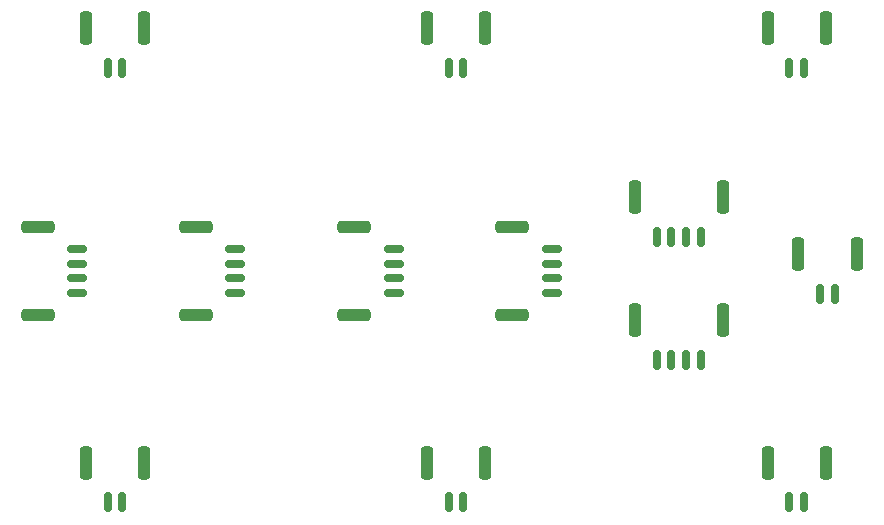
<source format=gtp>
G04 #@! TF.GenerationSoftware,KiCad,Pcbnew,7.0.7*
G04 #@! TF.CreationDate,2024-03-23T22:07:43-05:00*
G04 #@! TF.ProjectId,Turret,54757272-6574-42e6-9b69-6361645f7063,rev?*
G04 #@! TF.SameCoordinates,Original*
G04 #@! TF.FileFunction,Paste,Top*
G04 #@! TF.FilePolarity,Positive*
%FSLAX46Y46*%
G04 Gerber Fmt 4.6, Leading zero omitted, Abs format (unit mm)*
G04 Created by KiCad (PCBNEW 7.0.7) date 2024-03-23 22:07:43*
%MOMM*%
%LPD*%
G01*
G04 APERTURE LIST*
G04 Aperture macros list*
%AMRoundRect*
0 Rectangle with rounded corners*
0 $1 Rounding radius*
0 $2 $3 $4 $5 $6 $7 $8 $9 X,Y pos of 4 corners*
0 Add a 4 corners polygon primitive as box body*
4,1,4,$2,$3,$4,$5,$6,$7,$8,$9,$2,$3,0*
0 Add four circle primitives for the rounded corners*
1,1,$1+$1,$2,$3*
1,1,$1+$1,$4,$5*
1,1,$1+$1,$6,$7*
1,1,$1+$1,$8,$9*
0 Add four rect primitives between the rounded corners*
20,1,$1+$1,$2,$3,$4,$5,0*
20,1,$1+$1,$4,$5,$6,$7,0*
20,1,$1+$1,$6,$7,$8,$9,0*
20,1,$1+$1,$8,$9,$2,$3,0*%
G04 Aperture macros list end*
%ADD10RoundRect,0.150000X0.700000X-0.150000X0.700000X0.150000X-0.700000X0.150000X-0.700000X-0.150000X0*%
%ADD11RoundRect,0.250000X1.150000X-0.250000X1.150000X0.250000X-1.150000X0.250000X-1.150000X-0.250000X0*%
%ADD12RoundRect,0.150000X-0.150000X-0.700000X0.150000X-0.700000X0.150000X0.700000X-0.150000X0.700000X0*%
%ADD13RoundRect,0.250000X-0.250000X-1.150000X0.250000X-1.150000X0.250000X1.150000X-0.250000X1.150000X0*%
G04 APERTURE END LIST*
D10*
X77538888Y-63597000D03*
X77538888Y-62347000D03*
X77538888Y-61097000D03*
X77538888Y-59847000D03*
D11*
X74188888Y-65447000D03*
X74188888Y-57997000D03*
D12*
X99810000Y-58846000D03*
X101060000Y-58846000D03*
X102310000Y-58846000D03*
X103560000Y-58846000D03*
D13*
X97960000Y-55496000D03*
X105410000Y-55496000D03*
D10*
X90932000Y-63597000D03*
X90932000Y-62347000D03*
X90932000Y-61097000D03*
X90932000Y-59847000D03*
D11*
X87582000Y-65447000D03*
X87582000Y-57997000D03*
D12*
X53340000Y-44540000D03*
X54590000Y-44540000D03*
D13*
X51490000Y-41190000D03*
X56440000Y-41190000D03*
D12*
X53340000Y-81327000D03*
X54590000Y-81327000D03*
D13*
X51490000Y-77977000D03*
X56440000Y-77977000D03*
D12*
X111054400Y-44540000D03*
X112304400Y-44540000D03*
D13*
X109204400Y-41190000D03*
X114154400Y-41190000D03*
D12*
X82197200Y-81327000D03*
X83447200Y-81327000D03*
D13*
X80347200Y-77977000D03*
X85297200Y-77977000D03*
D12*
X113675000Y-63672000D03*
X114925000Y-63672000D03*
D13*
X111825000Y-60322000D03*
X116775000Y-60322000D03*
D10*
X64145778Y-63597000D03*
X64145778Y-62347000D03*
X64145778Y-61097000D03*
X64145778Y-59847000D03*
D11*
X60795778Y-65447000D03*
X60795778Y-57997000D03*
D10*
X50752668Y-63597000D03*
X50752668Y-62347000D03*
X50752668Y-61097000D03*
X50752668Y-59847000D03*
D11*
X47402668Y-65447000D03*
X47402668Y-57997000D03*
D12*
X111054400Y-81327000D03*
X112304400Y-81327000D03*
D13*
X109204400Y-77977000D03*
X114154400Y-77977000D03*
D12*
X82197200Y-44540000D03*
X83447200Y-44540000D03*
D13*
X80347200Y-41190000D03*
X85297200Y-41190000D03*
D12*
X99810000Y-69260000D03*
X101060000Y-69260000D03*
X102310000Y-69260000D03*
X103560000Y-69260000D03*
D13*
X97960000Y-65910000D03*
X105410000Y-65910000D03*
M02*

</source>
